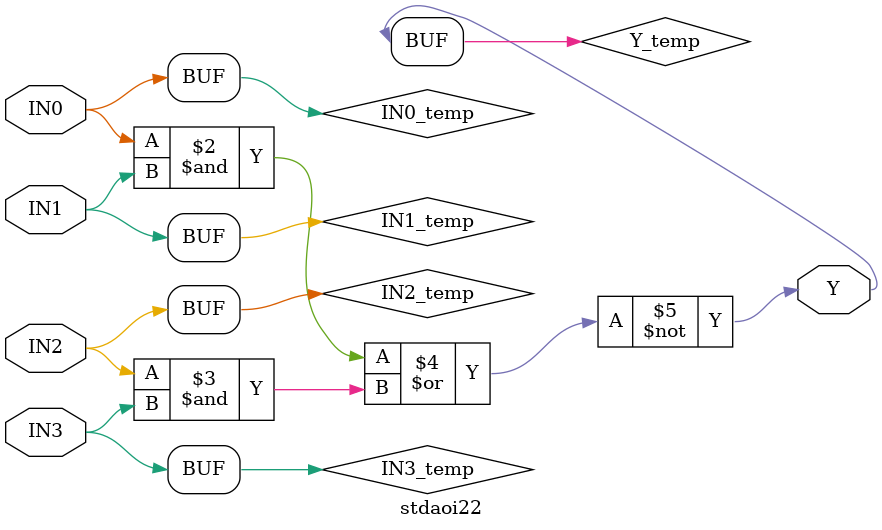
<source format=v>
module stdaoi22(IN0,IN1,IN2,IN3,Y);
  parameter
        d_IN0_r = 0,
        d_IN0_f = 0,
        d_IN1_r = 0,
        d_IN1_f = 0,
        d_IN2_r = 0,
        d_IN2_f = 0,
        d_IN3_r = 0,
        d_IN3_f = 0,
        d_Y_r = 1,
        d_Y_f = 1;
  input  IN0;
  input  IN1;
  input  IN2;
  input  IN3;
  output  Y;
  wire  IN0_temp;
  wire  IN1_temp;
  wire  IN2_temp;
  wire  IN3_temp;
  reg  Y_temp;
  assign #(d_IN0_r,d_IN0_f) IN0_temp = IN0;
  assign #(d_IN1_r,d_IN1_f) IN1_temp = IN1;
  assign #(d_IN2_r,d_IN2_f) IN2_temp = IN2;
  assign #(d_IN3_r,d_IN3_f) IN3_temp = IN3;
  assign #(d_Y_r,d_Y_f) Y = Y_temp;
  always
    @(IN0_temp or IN1_temp or IN2_temp or IN3_temp)
      begin
      Y_temp = ( ~ ((IN0_temp & IN1_temp) | (IN2_temp & IN3_temp)));
      end
endmodule

</source>
